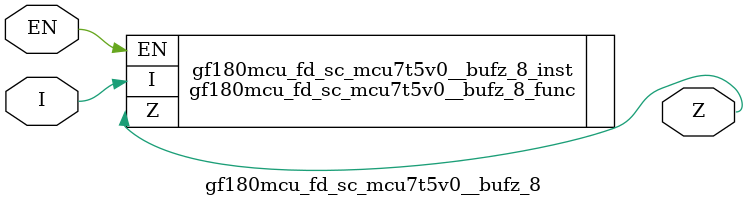
<source format=v>

module gf180mcu_fd_sc_mcu7t5v0__bufz_8( EN, I, Z );
input EN, I;
output Z;

   `ifdef FUNCTIONAL  //  functional //

	gf180mcu_fd_sc_mcu7t5v0__bufz_8_func gf180mcu_fd_sc_mcu7t5v0__bufz_8_behav_inst(.EN(EN),.I(I),.Z(Z));

   `else

	gf180mcu_fd_sc_mcu7t5v0__bufz_8_func gf180mcu_fd_sc_mcu7t5v0__bufz_8_inst(.EN(EN),.I(I),.Z(Z));

	// spec_gates_begin


	// spec_gates_end



   specify

	// specify_block_begin

	// comb arc EN --> Z
	 (EN => Z) = (1.0,1.0);

	// comb arc I --> Z
	 (I => Z) = (1.0,1.0);

	// specify_block_end

   endspecify

   `endif

endmodule

</source>
